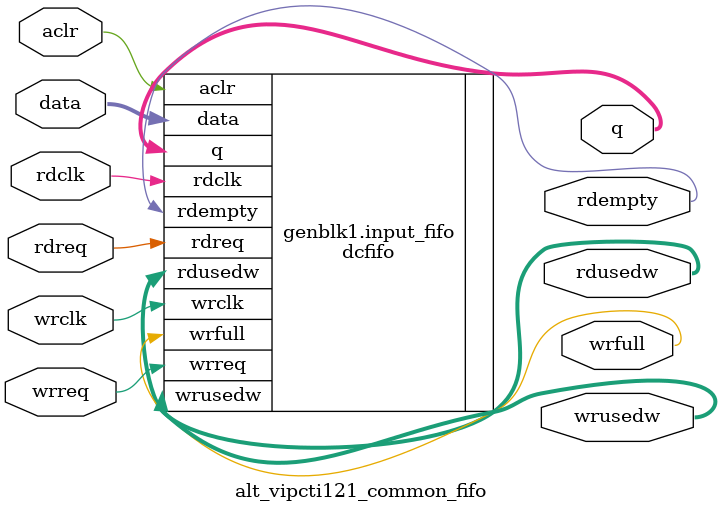
<source format=v>
module alt_vipcti121_common_fifo(
    wrclk,
    rdreq,
    aclr,
    rdclk,
    wrreq,
    data,
    rdusedw,
    rdempty,
    wrusedw,
    wrfull,
    q);

function integer alt_clogb2;
  input [31:0] value;
  integer i;
  begin
    alt_clogb2 = 32;
    for (i=31; i>0; i=i-1) begin
      if (2**i>=value)
        alt_clogb2 = i;
    end
  end
endfunction

parameter DATA_WIDTH = 20;
parameter FIFO_DEPTH = 1920;
parameter CLOCKS_ARE_SAME = 0;

parameter DATA_WIDTHU = alt_clogb2(FIFO_DEPTH);    

input wrclk;
input rdreq;
input aclr;
input rdclk;
input wrreq;
input [DATA_WIDTH-1:0] data;
output [DATA_WIDTHU-1:0] rdusedw;
output rdempty;
output [DATA_WIDTHU-1:0] wrusedw;
output wrfull;
output [DATA_WIDTH-1:0] q;

generate
    if(CLOCKS_ARE_SAME) begin
        assign rdusedw = wrusedw;
        
        scfifo input_fifo(
		    .rdreq(rdreq),
            .aclr(aclr),
			.clock(wrclk),
			.wrreq(wrreq),
			.data(data),
			.empty(rdempty),
			.full(wrfull),
            .usedw(wrusedw),
            .q(q));

        defparam
		    input_fifo.add_ram_output_register = "OFF",
            input_fifo.lpm_hint = "MAXIMIZE_SPEED=7,",      
            input_fifo.lpm_numwords = FIFO_DEPTH,
            input_fifo.lpm_showahead = "OFF",
            input_fifo.lpm_type = "scfifo",
            input_fifo.lpm_width = DATA_WIDTH,
            input_fifo.lpm_widthu = DATA_WIDTHU,
            input_fifo.overflow_checking = "OFF",
            input_fifo.underflow_checking = "OFF",
            input_fifo.use_eab = "ON";
    end else begin
        dcfifo input_fifo(
            .wrclk(wrclk),
            .rdreq(rdreq),
            .aclr(aclr),
            .rdclk(rdclk),
            .wrreq(wrreq),
            .data(data),
            .rdusedw(rdusedw),
            .rdempty(rdempty),
            .wrfull(wrfull),
            .wrusedw(wrusedw),
            .q(q));

        defparam
            input_fifo.lpm_hint = "MAXIMIZE_SPEED=7,",
            input_fifo.lpm_numwords = FIFO_DEPTH,
            input_fifo.lpm_showahead = "OFF",
            input_fifo.lpm_type = "dcfifo",
            input_fifo.lpm_width = DATA_WIDTH,
            input_fifo.lpm_widthu = DATA_WIDTHU,
            input_fifo.overflow_checking = "OFF",
            input_fifo.rdsync_delaypipe = 5,
            input_fifo.underflow_checking = "OFF",
            input_fifo.use_eab = "ON",
            input_fifo.wrsync_delaypipe = 5,
            input_fifo.read_aclr_synch = "ON";
    end
endgenerate

endmodule

</source>
